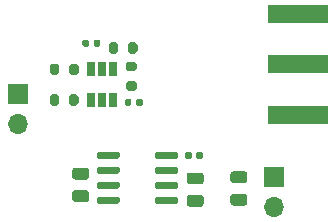
<source format=gbr>
G04 #@! TF.GenerationSoftware,KiCad,Pcbnew,(5.1.9)-1*
G04 #@! TF.CreationDate,2021-04-02T20:50:49-05:00*
G04 #@! TF.ProjectId,coax-probe,636f6178-2d70-4726-9f62-652e6b696361,rev?*
G04 #@! TF.SameCoordinates,Original*
G04 #@! TF.FileFunction,Soldermask,Top*
G04 #@! TF.FilePolarity,Negative*
%FSLAX46Y46*%
G04 Gerber Fmt 4.6, Leading zero omitted, Abs format (unit mm)*
G04 Created by KiCad (PCBNEW (5.1.9)-1) date 2021-04-02 20:50:49*
%MOMM*%
%LPD*%
G01*
G04 APERTURE LIST*
%ADD10R,0.650000X1.220000*%
%ADD11R,5.080000X1.500000*%
%ADD12O,1.700000X1.700000*%
%ADD13R,1.700000X1.700000*%
G04 APERTURE END LIST*
G36*
G01*
X170400000Y-64045000D02*
X170400000Y-63745000D01*
G75*
G02*
X170550000Y-63595000I150000J0D01*
G01*
X172200000Y-63595000D01*
G75*
G02*
X172350000Y-63745000I0J-150000D01*
G01*
X172350000Y-64045000D01*
G75*
G02*
X172200000Y-64195000I-150000J0D01*
G01*
X170550000Y-64195000D01*
G75*
G02*
X170400000Y-64045000I0J150000D01*
G01*
G37*
G36*
G01*
X170400000Y-65315000D02*
X170400000Y-65015000D01*
G75*
G02*
X170550000Y-64865000I150000J0D01*
G01*
X172200000Y-64865000D01*
G75*
G02*
X172350000Y-65015000I0J-150000D01*
G01*
X172350000Y-65315000D01*
G75*
G02*
X172200000Y-65465000I-150000J0D01*
G01*
X170550000Y-65465000D01*
G75*
G02*
X170400000Y-65315000I0J150000D01*
G01*
G37*
G36*
G01*
X170400000Y-66585000D02*
X170400000Y-66285000D01*
G75*
G02*
X170550000Y-66135000I150000J0D01*
G01*
X172200000Y-66135000D01*
G75*
G02*
X172350000Y-66285000I0J-150000D01*
G01*
X172350000Y-66585000D01*
G75*
G02*
X172200000Y-66735000I-150000J0D01*
G01*
X170550000Y-66735000D01*
G75*
G02*
X170400000Y-66585000I0J150000D01*
G01*
G37*
G36*
G01*
X170400000Y-67855000D02*
X170400000Y-67555000D01*
G75*
G02*
X170550000Y-67405000I150000J0D01*
G01*
X172200000Y-67405000D01*
G75*
G02*
X172350000Y-67555000I0J-150000D01*
G01*
X172350000Y-67855000D01*
G75*
G02*
X172200000Y-68005000I-150000J0D01*
G01*
X170550000Y-68005000D01*
G75*
G02*
X170400000Y-67855000I0J150000D01*
G01*
G37*
G36*
G01*
X165450000Y-67855000D02*
X165450000Y-67555000D01*
G75*
G02*
X165600000Y-67405000I150000J0D01*
G01*
X167250000Y-67405000D01*
G75*
G02*
X167400000Y-67555000I0J-150000D01*
G01*
X167400000Y-67855000D01*
G75*
G02*
X167250000Y-68005000I-150000J0D01*
G01*
X165600000Y-68005000D01*
G75*
G02*
X165450000Y-67855000I0J150000D01*
G01*
G37*
G36*
G01*
X165450000Y-66585000D02*
X165450000Y-66285000D01*
G75*
G02*
X165600000Y-66135000I150000J0D01*
G01*
X167250000Y-66135000D01*
G75*
G02*
X167400000Y-66285000I0J-150000D01*
G01*
X167400000Y-66585000D01*
G75*
G02*
X167250000Y-66735000I-150000J0D01*
G01*
X165600000Y-66735000D01*
G75*
G02*
X165450000Y-66585000I0J150000D01*
G01*
G37*
G36*
G01*
X165450000Y-65315000D02*
X165450000Y-65015000D01*
G75*
G02*
X165600000Y-64865000I150000J0D01*
G01*
X167250000Y-64865000D01*
G75*
G02*
X167400000Y-65015000I0J-150000D01*
G01*
X167400000Y-65315000D01*
G75*
G02*
X167250000Y-65465000I-150000J0D01*
G01*
X165600000Y-65465000D01*
G75*
G02*
X165450000Y-65315000I0J150000D01*
G01*
G37*
G36*
G01*
X165450000Y-64045000D02*
X165450000Y-63745000D01*
G75*
G02*
X165600000Y-63595000I150000J0D01*
G01*
X167250000Y-63595000D01*
G75*
G02*
X167400000Y-63745000I0J-150000D01*
G01*
X167400000Y-64045000D01*
G75*
G02*
X167250000Y-64195000I-150000J0D01*
G01*
X165600000Y-64195000D01*
G75*
G02*
X165450000Y-64045000I0J150000D01*
G01*
G37*
G36*
G01*
X177025000Y-67150000D02*
X177975000Y-67150000D01*
G75*
G02*
X178225000Y-67400000I0J-250000D01*
G01*
X178225000Y-67900000D01*
G75*
G02*
X177975000Y-68150000I-250000J0D01*
G01*
X177025000Y-68150000D01*
G75*
G02*
X176775000Y-67900000I0J250000D01*
G01*
X176775000Y-67400000D01*
G75*
G02*
X177025000Y-67150000I250000J0D01*
G01*
G37*
G36*
G01*
X177025000Y-65250000D02*
X177975000Y-65250000D01*
G75*
G02*
X178225000Y-65500000I0J-250000D01*
G01*
X178225000Y-66000000D01*
G75*
G02*
X177975000Y-66250000I-250000J0D01*
G01*
X177025000Y-66250000D01*
G75*
G02*
X176775000Y-66000000I0J250000D01*
G01*
X176775000Y-65500000D01*
G75*
G02*
X177025000Y-65250000I250000J0D01*
G01*
G37*
G36*
G01*
X173900000Y-64070000D02*
X173900000Y-63730000D01*
G75*
G02*
X174040000Y-63590000I140000J0D01*
G01*
X174320000Y-63590000D01*
G75*
G02*
X174460000Y-63730000I0J-140000D01*
G01*
X174460000Y-64070000D01*
G75*
G02*
X174320000Y-64210000I-140000J0D01*
G01*
X174040000Y-64210000D01*
G75*
G02*
X173900000Y-64070000I0J140000D01*
G01*
G37*
G36*
G01*
X172940000Y-64070000D02*
X172940000Y-63730000D01*
G75*
G02*
X173080000Y-63590000I140000J0D01*
G01*
X173360000Y-63590000D01*
G75*
G02*
X173500000Y-63730000I0J-140000D01*
G01*
X173500000Y-64070000D01*
G75*
G02*
X173360000Y-64210000I-140000J0D01*
G01*
X173080000Y-64210000D01*
G75*
G02*
X172940000Y-64070000I0J140000D01*
G01*
G37*
G36*
G01*
X162275000Y-56325000D02*
X162275000Y-56875000D01*
G75*
G02*
X162075000Y-57075000I-200000J0D01*
G01*
X161675000Y-57075000D01*
G75*
G02*
X161475000Y-56875000I0J200000D01*
G01*
X161475000Y-56325000D01*
G75*
G02*
X161675000Y-56125000I200000J0D01*
G01*
X162075000Y-56125000D01*
G75*
G02*
X162275000Y-56325000I0J-200000D01*
G01*
G37*
G36*
G01*
X163925000Y-56325000D02*
X163925000Y-56875000D01*
G75*
G02*
X163725000Y-57075000I-200000J0D01*
G01*
X163325000Y-57075000D01*
G75*
G02*
X163125000Y-56875000I0J200000D01*
G01*
X163125000Y-56325000D01*
G75*
G02*
X163325000Y-56125000I200000J0D01*
G01*
X163725000Y-56125000D01*
G75*
G02*
X163925000Y-56325000I0J-200000D01*
G01*
G37*
G36*
G01*
X168125000Y-57625000D02*
X168675000Y-57625000D01*
G75*
G02*
X168875000Y-57825000I0J-200000D01*
G01*
X168875000Y-58225000D01*
G75*
G02*
X168675000Y-58425000I-200000J0D01*
G01*
X168125000Y-58425000D01*
G75*
G02*
X167925000Y-58225000I0J200000D01*
G01*
X167925000Y-57825000D01*
G75*
G02*
X168125000Y-57625000I200000J0D01*
G01*
G37*
G36*
G01*
X168125000Y-55975000D02*
X168675000Y-55975000D01*
G75*
G02*
X168875000Y-56175000I0J-200000D01*
G01*
X168875000Y-56575000D01*
G75*
G02*
X168675000Y-56775000I-200000J0D01*
G01*
X168125000Y-56775000D01*
G75*
G02*
X167925000Y-56575000I0J200000D01*
G01*
X167925000Y-56175000D01*
G75*
G02*
X168125000Y-55975000I200000J0D01*
G01*
G37*
G36*
G01*
X168925000Y-54525000D02*
X168925000Y-55075000D01*
G75*
G02*
X168725000Y-55275000I-200000J0D01*
G01*
X168325000Y-55275000D01*
G75*
G02*
X168125000Y-55075000I0J200000D01*
G01*
X168125000Y-54525000D01*
G75*
G02*
X168325000Y-54325000I200000J0D01*
G01*
X168725000Y-54325000D01*
G75*
G02*
X168925000Y-54525000I0J-200000D01*
G01*
G37*
G36*
G01*
X167275000Y-54525000D02*
X167275000Y-55075000D01*
G75*
G02*
X167075000Y-55275000I-200000J0D01*
G01*
X166675000Y-55275000D01*
G75*
G02*
X166475000Y-55075000I0J200000D01*
G01*
X166475000Y-54525000D01*
G75*
G02*
X166675000Y-54325000I200000J0D01*
G01*
X167075000Y-54325000D01*
G75*
G02*
X167275000Y-54525000I0J-200000D01*
G01*
G37*
G36*
G01*
X162275000Y-58925000D02*
X162275000Y-59475000D01*
G75*
G02*
X162075000Y-59675000I-200000J0D01*
G01*
X161675000Y-59675000D01*
G75*
G02*
X161475000Y-59475000I0J200000D01*
G01*
X161475000Y-58925000D01*
G75*
G02*
X161675000Y-58725000I200000J0D01*
G01*
X162075000Y-58725000D01*
G75*
G02*
X162275000Y-58925000I0J-200000D01*
G01*
G37*
G36*
G01*
X163925000Y-58925000D02*
X163925000Y-59475000D01*
G75*
G02*
X163725000Y-59675000I-200000J0D01*
G01*
X163325000Y-59675000D01*
G75*
G02*
X163125000Y-59475000I0J200000D01*
G01*
X163125000Y-58925000D01*
G75*
G02*
X163325000Y-58725000I200000J0D01*
G01*
X163725000Y-58725000D01*
G75*
G02*
X163925000Y-58925000I0J-200000D01*
G01*
G37*
G36*
G01*
X168800000Y-59570000D02*
X168800000Y-59230000D01*
G75*
G02*
X168940000Y-59090000I140000J0D01*
G01*
X169220000Y-59090000D01*
G75*
G02*
X169360000Y-59230000I0J-140000D01*
G01*
X169360000Y-59570000D01*
G75*
G02*
X169220000Y-59710000I-140000J0D01*
G01*
X168940000Y-59710000D01*
G75*
G02*
X168800000Y-59570000I0J140000D01*
G01*
G37*
G36*
G01*
X167840000Y-59570000D02*
X167840000Y-59230000D01*
G75*
G02*
X167980000Y-59090000I140000J0D01*
G01*
X168260000Y-59090000D01*
G75*
G02*
X168400000Y-59230000I0J-140000D01*
G01*
X168400000Y-59570000D01*
G75*
G02*
X168260000Y-59710000I-140000J0D01*
G01*
X167980000Y-59710000D01*
G75*
G02*
X167840000Y-59570000I0J140000D01*
G01*
G37*
G36*
G01*
X173325000Y-67250000D02*
X174275000Y-67250000D01*
G75*
G02*
X174525000Y-67500000I0J-250000D01*
G01*
X174525000Y-68000000D01*
G75*
G02*
X174275000Y-68250000I-250000J0D01*
G01*
X173325000Y-68250000D01*
G75*
G02*
X173075000Y-68000000I0J250000D01*
G01*
X173075000Y-67500000D01*
G75*
G02*
X173325000Y-67250000I250000J0D01*
G01*
G37*
G36*
G01*
X173325000Y-65350000D02*
X174275000Y-65350000D01*
G75*
G02*
X174525000Y-65600000I0J-250000D01*
G01*
X174525000Y-66100000D01*
G75*
G02*
X174275000Y-66350000I-250000J0D01*
G01*
X173325000Y-66350000D01*
G75*
G02*
X173075000Y-66100000I0J250000D01*
G01*
X173075000Y-65600000D01*
G75*
G02*
X173325000Y-65350000I250000J0D01*
G01*
G37*
G36*
G01*
X164800000Y-54230000D02*
X164800000Y-54570000D01*
G75*
G02*
X164660000Y-54710000I-140000J0D01*
G01*
X164380000Y-54710000D01*
G75*
G02*
X164240000Y-54570000I0J140000D01*
G01*
X164240000Y-54230000D01*
G75*
G02*
X164380000Y-54090000I140000J0D01*
G01*
X164660000Y-54090000D01*
G75*
G02*
X164800000Y-54230000I0J-140000D01*
G01*
G37*
G36*
G01*
X165760000Y-54230000D02*
X165760000Y-54570000D01*
G75*
G02*
X165620000Y-54710000I-140000J0D01*
G01*
X165340000Y-54710000D01*
G75*
G02*
X165200000Y-54570000I0J140000D01*
G01*
X165200000Y-54230000D01*
G75*
G02*
X165340000Y-54090000I140000J0D01*
G01*
X165620000Y-54090000D01*
G75*
G02*
X165760000Y-54230000I0J-140000D01*
G01*
G37*
G36*
G01*
X163625000Y-66850000D02*
X164575000Y-66850000D01*
G75*
G02*
X164825000Y-67100000I0J-250000D01*
G01*
X164825000Y-67600000D01*
G75*
G02*
X164575000Y-67850000I-250000J0D01*
G01*
X163625000Y-67850000D01*
G75*
G02*
X163375000Y-67600000I0J250000D01*
G01*
X163375000Y-67100000D01*
G75*
G02*
X163625000Y-66850000I250000J0D01*
G01*
G37*
G36*
G01*
X163625000Y-64950000D02*
X164575000Y-64950000D01*
G75*
G02*
X164825000Y-65200000I0J-250000D01*
G01*
X164825000Y-65700000D01*
G75*
G02*
X164575000Y-65950000I-250000J0D01*
G01*
X163625000Y-65950000D01*
G75*
G02*
X163375000Y-65700000I0J250000D01*
G01*
X163375000Y-65200000D01*
G75*
G02*
X163625000Y-64950000I250000J0D01*
G01*
G37*
D10*
X166850000Y-59210000D03*
X165900000Y-59210000D03*
X164950000Y-59210000D03*
X164950000Y-56590000D03*
X165900000Y-56590000D03*
X166850000Y-56590000D03*
D11*
X182500000Y-56200000D03*
X182500000Y-51950000D03*
X182500000Y-60450000D03*
D12*
X180500000Y-68240000D03*
D13*
X180500000Y-65700000D03*
D12*
X158800000Y-61240000D03*
D13*
X158800000Y-58700000D03*
M02*

</source>
